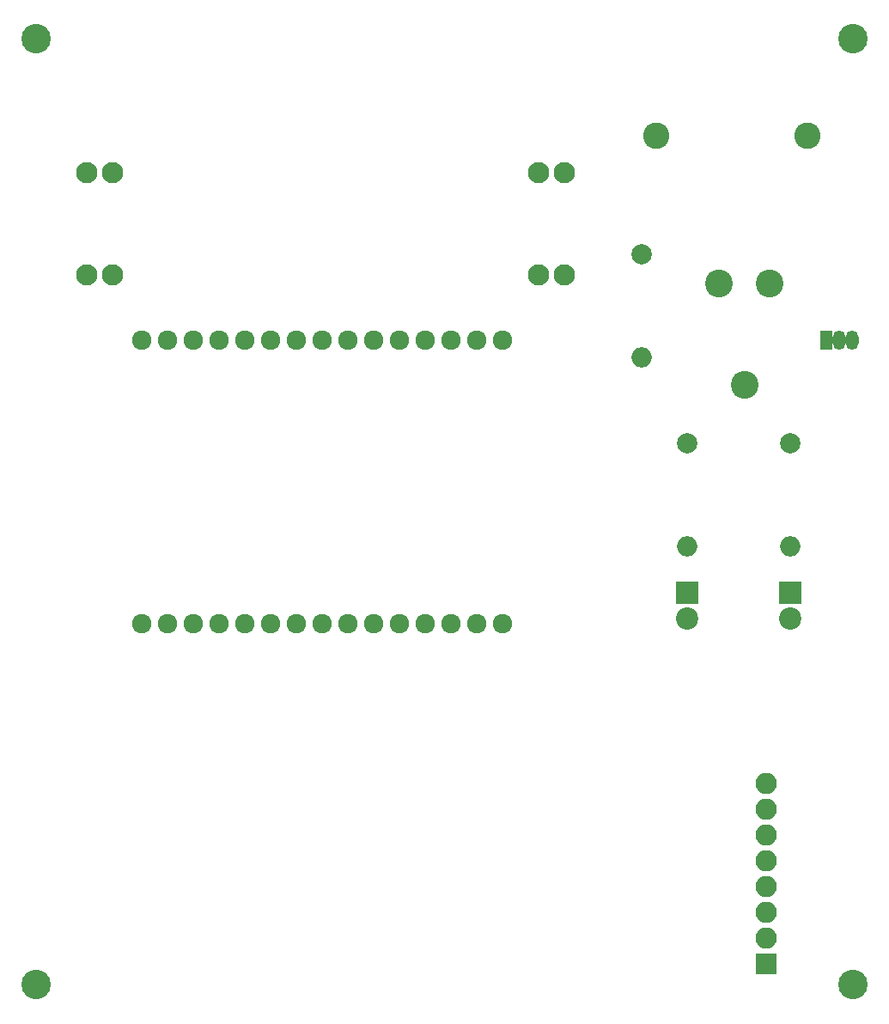
<source format=gbr>
G04 #@! TF.FileFunction,Soldermask,Top*
%FSLAX46Y46*%
G04 Gerber Fmt 4.6, Leading zero omitted, Abs format (unit mm)*
G04 Created by KiCad (PCBNEW 4.0.7-e2-6376~58~ubuntu16.04.1) date Fri Mar  9 08:47:09 2018*
%MOMM*%
%LPD*%
G01*
G04 APERTURE LIST*
%ADD10C,0.100000*%
%ADD11C,2.600000*%
%ADD12R,2.200000X2.200000*%
%ADD13C,2.200000*%
%ADD14C,2.000000*%
%ADD15O,2.000000X2.000000*%
%ADD16C,1.924000*%
%ADD17C,2.740000*%
%ADD18C,2.900000*%
%ADD19O,1.300000X1.900000*%
%ADD20R,1.300000X1.900000*%
%ADD21R,2.100000X2.100000*%
%ADD22O,2.100000X2.100000*%
%ADD23C,2.100000*%
G04 APERTURE END LIST*
D10*
D11*
X175811000Y-70866000D03*
X190711000Y-70866000D03*
D12*
X178892200Y-115976400D03*
D13*
X178892200Y-118516400D03*
D12*
X189052200Y-115976400D03*
D13*
X189052200Y-118516400D03*
D14*
X178866800Y-101193600D03*
D15*
X178866800Y-111353600D03*
D14*
X189026800Y-101193600D03*
D15*
X189026800Y-111353600D03*
D16*
X160655000Y-91059000D03*
X158115000Y-91059000D03*
X155575000Y-91059000D03*
X153035000Y-91059000D03*
X150495000Y-91059000D03*
X147955000Y-91059000D03*
X145415000Y-91059000D03*
X142875000Y-91059000D03*
X140335000Y-91059000D03*
X137795000Y-91059000D03*
X135255000Y-91059000D03*
X132715000Y-91059000D03*
X130175000Y-91059000D03*
X127635000Y-91059000D03*
X125095000Y-91059000D03*
X125095000Y-118999000D03*
X127635000Y-118999000D03*
X130175000Y-118999000D03*
X132715000Y-118999000D03*
X135255000Y-118999000D03*
X137795000Y-118999000D03*
X140335000Y-118999000D03*
X142875000Y-118999000D03*
X145415000Y-118999000D03*
X147955000Y-118999000D03*
X150495000Y-118999000D03*
X153035000Y-118999000D03*
X155575000Y-118999000D03*
X158115000Y-118999000D03*
X160655000Y-118999000D03*
D17*
X187016400Y-85471000D03*
X184516400Y-95471000D03*
X182016400Y-85471000D03*
D18*
X114655600Y-61315600D03*
X114655600Y-154584400D03*
X195224400Y-154584400D03*
X195224400Y-61315600D03*
D14*
X174345600Y-82600800D03*
D15*
X174345600Y-92760800D03*
D19*
X193802000Y-91059000D03*
X195072000Y-91059000D03*
D20*
X192532000Y-91059000D03*
D21*
X186613800Y-152552400D03*
D22*
X186613800Y-150012400D03*
X186613800Y-147472400D03*
X186613800Y-144932400D03*
X186613800Y-142392400D03*
X186613800Y-139852400D03*
X186613800Y-137312400D03*
X186613800Y-134772400D03*
D23*
X164236400Y-84582000D03*
X164236400Y-74549000D03*
X166776400Y-74549000D03*
X119634000Y-84582000D03*
X122174000Y-84582000D03*
X166776400Y-84582000D03*
X122174000Y-74549000D03*
X119634000Y-74549000D03*
M02*

</source>
